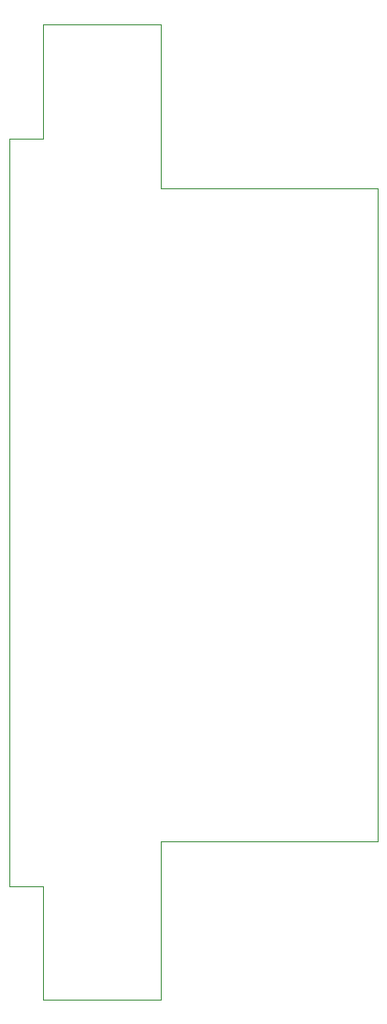
<source format=gbr>
%TF.GenerationSoftware,KiCad,Pcbnew,6.0.1+dfsg-1*%
%TF.CreationDate,2022-03-06T17:26:00+02:00*%
%TF.ProjectId,ram_board,72616d5f-626f-4617-9264-2e6b69636164,rev?*%
%TF.SameCoordinates,Original*%
%TF.FileFunction,Profile,NP*%
%FSLAX46Y46*%
G04 Gerber Fmt 4.6, Leading zero omitted, Abs format (unit mm)*
G04 Created by KiCad (PCBNEW 6.0.1+dfsg-1) date 2022-03-06 17:26:00*
%MOMM*%
%LPD*%
G01*
G04 APERTURE LIST*
%TA.AperFunction,Profile*%
%ADD10C,0.050000*%
%TD*%
G04 APERTURE END LIST*
D10*
X46500000Y-24000000D02*
X43500000Y-24000000D01*
X46500000Y-91500000D02*
X46500000Y-101750000D01*
X43500000Y-24000000D02*
X43500000Y-91500000D01*
X76840000Y-87500000D02*
X76840000Y-28480000D01*
X57240000Y-28480000D02*
X57240000Y-13670000D01*
X57240000Y-13670000D02*
X46500000Y-13670000D01*
X43500000Y-91500000D02*
X46500000Y-91500000D01*
X46500000Y-13670000D02*
X46500000Y-24000000D01*
X46500000Y-101750000D02*
X57240000Y-101750000D01*
X57240000Y-101750000D02*
X57240000Y-87500000D01*
X57240000Y-87500000D02*
X76840000Y-87500000D01*
X76840000Y-28480000D02*
X57240000Y-28480000D01*
M02*

</source>
